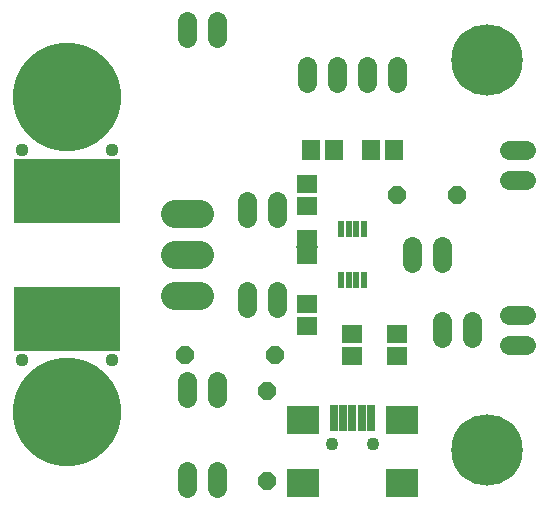
<source format=gts>
G75*
%MOIN*%
%OFA0B0*%
%FSLAX25Y25*%
%IPPOS*%
%LPD*%
%AMOC8*
5,1,8,0,0,1.08239X$1,22.5*
%
%ADD10R,0.06706X0.05918*%
%ADD11R,0.05918X0.06706*%
%ADD12C,0.06400*%
%ADD13R,0.02375X0.05524*%
%ADD14OC8,0.06000*%
%ADD15C,0.23800*%
%ADD16C,0.36233*%
%ADD17R,0.35249X0.21272*%
%ADD18R,0.10643X0.09461*%
%ADD19R,0.02769X0.08674*%
%ADD20C,0.04343*%
%ADD21C,0.09200*%
%ADD22R,0.07100X0.05400*%
%ADD23R,0.07200X0.00600*%
%ADD24C,0.04369*%
D10*
X0106937Y0065556D03*
X0106937Y0073037D03*
X0121937Y0063037D03*
X0121937Y0055556D03*
X0136937Y0055556D03*
X0136937Y0063037D03*
X0106937Y0105556D03*
X0106937Y0113037D03*
D11*
X0108197Y0124296D03*
X0115677Y0124296D03*
X0128197Y0124296D03*
X0135677Y0124296D03*
D12*
X0136937Y0146496D02*
X0136937Y0152096D01*
X0126937Y0152096D02*
X0126937Y0146496D01*
X0116937Y0146496D02*
X0116937Y0152096D01*
X0106937Y0152096D02*
X0106937Y0146496D01*
X0076937Y0161496D02*
X0076937Y0167096D01*
X0066937Y0167096D02*
X0066937Y0161496D01*
X0086937Y0107096D02*
X0086937Y0101496D01*
X0096937Y0101496D02*
X0096937Y0107096D01*
X0096937Y0077096D02*
X0096937Y0071496D01*
X0086937Y0071496D02*
X0086937Y0077096D01*
X0076937Y0047096D02*
X0076937Y0041496D01*
X0066937Y0041496D02*
X0066937Y0047096D01*
X0066937Y0017096D02*
X0066937Y0011496D01*
X0076937Y0011496D02*
X0076937Y0017096D01*
X0151937Y0061496D02*
X0151937Y0067096D01*
X0161937Y0067096D02*
X0161937Y0061496D01*
X0174137Y0059296D02*
X0179737Y0059296D01*
X0179737Y0069296D02*
X0174137Y0069296D01*
X0151937Y0086496D02*
X0151937Y0092096D01*
X0141937Y0092096D02*
X0141937Y0086496D01*
X0174137Y0114296D02*
X0179737Y0114296D01*
X0179737Y0124296D02*
X0174137Y0124296D01*
D13*
X0125776Y0097787D03*
X0123217Y0097787D03*
X0120657Y0097787D03*
X0118098Y0097787D03*
X0118098Y0080805D03*
X0120657Y0080805D03*
X0123217Y0080805D03*
X0125776Y0080805D03*
D14*
X0096252Y0055966D03*
X0093327Y0043828D03*
X0066252Y0055966D03*
X0093327Y0013828D03*
X0136937Y0109296D03*
X0156937Y0109296D03*
D15*
X0166937Y0154296D03*
X0166937Y0024296D03*
D16*
X0026937Y0036796D03*
X0026937Y0141796D03*
D17*
X0026937Y0110556D03*
X0026937Y0068037D03*
D18*
X0105406Y0034078D03*
X0105406Y0013211D03*
X0138477Y0013211D03*
X0138477Y0034078D03*
D19*
X0128241Y0035062D03*
X0125092Y0035062D03*
X0121942Y0035062D03*
X0118792Y0035062D03*
X0115643Y0035062D03*
D20*
X0115052Y0026204D03*
X0128832Y0026204D03*
D21*
X0071137Y0075517D02*
X0062737Y0075517D01*
X0062737Y0089296D02*
X0071137Y0089296D01*
X0071137Y0103076D02*
X0062737Y0103076D01*
D22*
X0106937Y0094796D03*
X0106937Y0088796D03*
D23*
X0106937Y0091796D03*
D24*
X0041937Y0119296D03*
X0036937Y0119296D03*
X0031937Y0119296D03*
X0026937Y0119296D03*
X0021937Y0119296D03*
X0016937Y0119296D03*
X0011937Y0119296D03*
X0011937Y0124296D03*
X0041937Y0124296D03*
X0041937Y0059296D03*
X0041937Y0054296D03*
X0036937Y0059296D03*
X0031937Y0059296D03*
X0026937Y0059296D03*
X0021937Y0059296D03*
X0016937Y0059296D03*
X0011937Y0059296D03*
X0011937Y0054296D03*
M02*

</source>
